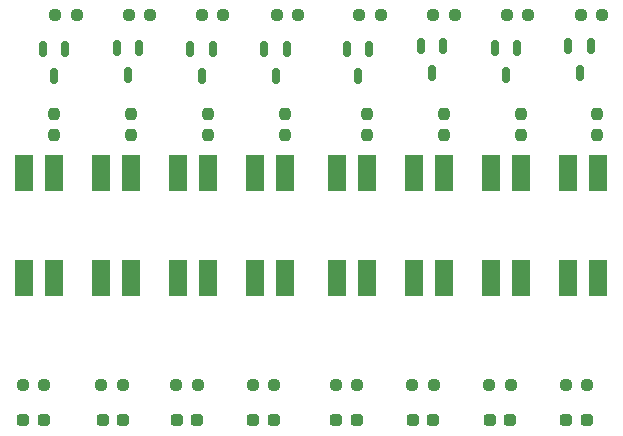
<source format=gtp>
%TF.GenerationSoftware,KiCad,Pcbnew,9.0.7-9.0.7~ubuntu24.04.1*%
%TF.CreationDate,2026-01-13T16:34:36+01:00*%
%TF.ProjectId,digital_output,64696769-7461-46c5-9f6f-75747075742e,1.0*%
%TF.SameCoordinates,Original*%
%TF.FileFunction,Paste,Top*%
%TF.FilePolarity,Positive*%
%FSLAX46Y46*%
G04 Gerber Fmt 4.6, Leading zero omitted, Abs format (unit mm)*
G04 Created by KiCad (PCBNEW 9.0.7-9.0.7~ubuntu24.04.1) date 2026-01-13 16:34:36*
%MOMM*%
%LPD*%
G01*
G04 APERTURE LIST*
G04 Aperture macros list*
%AMRoundRect*
0 Rectangle with rounded corners*
0 $1 Rounding radius*
0 $2 $3 $4 $5 $6 $7 $8 $9 X,Y pos of 4 corners*
0 Add a 4 corners polygon primitive as box body*
4,1,4,$2,$3,$4,$5,$6,$7,$8,$9,$2,$3,0*
0 Add four circle primitives for the rounded corners*
1,1,$1+$1,$2,$3*
1,1,$1+$1,$4,$5*
1,1,$1+$1,$6,$7*
1,1,$1+$1,$8,$9*
0 Add four rect primitives between the rounded corners*
20,1,$1+$1,$2,$3,$4,$5,0*
20,1,$1+$1,$4,$5,$6,$7,0*
20,1,$1+$1,$6,$7,$8,$9,0*
20,1,$1+$1,$8,$9,$2,$3,0*%
G04 Aperture macros list end*
%ADD10RoundRect,0.237500X-0.250000X-0.237500X0.250000X-0.237500X0.250000X0.237500X-0.250000X0.237500X0*%
%ADD11RoundRect,0.250000X-0.550000X1.300000X-0.550000X-1.300000X0.550000X-1.300000X0.550000X1.300000X0*%
%ADD12RoundRect,0.150000X-0.150000X0.512500X-0.150000X-0.512500X0.150000X-0.512500X0.150000X0.512500X0*%
%ADD13RoundRect,0.237500X0.237500X-0.250000X0.237500X0.250000X-0.237500X0.250000X-0.237500X-0.250000X0*%
%ADD14RoundRect,0.237500X-0.287500X-0.237500X0.287500X-0.237500X0.287500X0.237500X-0.287500X0.237500X0*%
G04 APERTURE END LIST*
D10*
%TO.C,R8*%
X172587500Y-91750000D03*
X174412500Y-91750000D03*
%TD*%
%TO.C,R22*%
X161337500Y-60500000D03*
X163162500Y-60500000D03*
%TD*%
D11*
%TO.C,U7*%
X168770000Y-73805000D03*
X166230000Y-73805000D03*
X166230000Y-82695000D03*
X168770000Y-82695000D03*
%TD*%
D12*
%TO.C,Q3*%
X142700000Y-63362500D03*
X140800000Y-63362500D03*
X141750000Y-65637500D03*
%TD*%
D13*
%TO.C,R16*%
X175250000Y-70662500D03*
X175250000Y-68837500D03*
%TD*%
D10*
%TO.C,R7*%
X166087500Y-91750000D03*
X167912500Y-91750000D03*
%TD*%
%TO.C,R5*%
X153087500Y-91750000D03*
X154912500Y-91750000D03*
%TD*%
D11*
%TO.C,U2*%
X135770000Y-73805000D03*
X133230000Y-73805000D03*
X133230000Y-82695000D03*
X135770000Y-82695000D03*
%TD*%
D10*
%TO.C,R24*%
X173837500Y-60500000D03*
X175662500Y-60500000D03*
%TD*%
D14*
%TO.C,D4*%
X146125000Y-94750000D03*
X147875000Y-94750000D03*
%TD*%
D10*
%TO.C,R20*%
X148087500Y-60500000D03*
X149912500Y-60500000D03*
%TD*%
D14*
%TO.C,D1*%
X126625000Y-94750000D03*
X128375000Y-94750000D03*
%TD*%
D12*
%TO.C,Q5*%
X155950000Y-63362500D03*
X154050000Y-63362500D03*
X155000000Y-65637500D03*
%TD*%
D11*
%TO.C,U6*%
X162270000Y-73805000D03*
X159730000Y-73805000D03*
X159730000Y-82695000D03*
X162270000Y-82695000D03*
%TD*%
%TO.C,U8*%
X175270000Y-73805000D03*
X172730000Y-73805000D03*
X172730000Y-82695000D03*
X175270000Y-82695000D03*
%TD*%
D13*
%TO.C,R10*%
X135750000Y-70662500D03*
X135750000Y-68837500D03*
%TD*%
D10*
%TO.C,R18*%
X135587500Y-60500000D03*
X137412500Y-60500000D03*
%TD*%
%TO.C,R17*%
X129337500Y-60500000D03*
X131162500Y-60500000D03*
%TD*%
D14*
%TO.C,D7*%
X166125000Y-94750000D03*
X167875000Y-94750000D03*
%TD*%
D10*
%TO.C,R3*%
X139587500Y-91750000D03*
X141412500Y-91750000D03*
%TD*%
%TO.C,R19*%
X141750000Y-60500000D03*
X143575000Y-60500000D03*
%TD*%
D12*
%TO.C,Q7*%
X168450000Y-63250000D03*
X166550000Y-63250000D03*
X167500000Y-65525000D03*
%TD*%
D10*
%TO.C,R1*%
X126587500Y-91750000D03*
X128412500Y-91750000D03*
%TD*%
D13*
%TO.C,R9*%
X129250000Y-70662500D03*
X129250000Y-68837500D03*
%TD*%
D12*
%TO.C,Q8*%
X174700000Y-63112500D03*
X172800000Y-63112500D03*
X173750000Y-65387500D03*
%TD*%
%TO.C,Q2*%
X136450000Y-63250000D03*
X134550000Y-63250000D03*
X135500000Y-65525000D03*
%TD*%
D11*
%TO.C,U1*%
X129270000Y-73805000D03*
X126730000Y-73805000D03*
X126730000Y-82695000D03*
X129270000Y-82695000D03*
%TD*%
D13*
%TO.C,R14*%
X162250000Y-70662500D03*
X162250000Y-68837500D03*
%TD*%
D11*
%TO.C,U5*%
X155770000Y-73805000D03*
X153230000Y-73805000D03*
X153230000Y-82695000D03*
X155770000Y-82695000D03*
%TD*%
D13*
%TO.C,R15*%
X168750000Y-70662500D03*
X168750000Y-68837500D03*
%TD*%
D14*
%TO.C,D2*%
X133375000Y-94750000D03*
X135125000Y-94750000D03*
%TD*%
D12*
%TO.C,Q4*%
X148950000Y-63362500D03*
X147050000Y-63362500D03*
X148000000Y-65637500D03*
%TD*%
D14*
%TO.C,D5*%
X153125000Y-94750000D03*
X154875000Y-94750000D03*
%TD*%
D10*
%TO.C,R2*%
X133250000Y-91750000D03*
X135075000Y-91750000D03*
%TD*%
D12*
%TO.C,Q6*%
X162200000Y-63112500D03*
X160300000Y-63112500D03*
X161250000Y-65387500D03*
%TD*%
D14*
%TO.C,D3*%
X139625000Y-94750000D03*
X141375000Y-94750000D03*
%TD*%
D13*
%TO.C,R12*%
X148837500Y-70662500D03*
X148837500Y-68837500D03*
%TD*%
D10*
%TO.C,R4*%
X146087500Y-91750000D03*
X147912500Y-91750000D03*
%TD*%
D14*
%TO.C,D6*%
X159625000Y-94750000D03*
X161375000Y-94750000D03*
%TD*%
%TO.C,D8*%
X172625000Y-94750000D03*
X174375000Y-94750000D03*
%TD*%
D10*
%TO.C,R23*%
X167587500Y-60500000D03*
X169412500Y-60500000D03*
%TD*%
%TO.C,R21*%
X155087500Y-60500000D03*
X156912500Y-60500000D03*
%TD*%
D12*
%TO.C,Q1*%
X130200000Y-63362500D03*
X128300000Y-63362500D03*
X129250000Y-65637500D03*
%TD*%
D13*
%TO.C,R13*%
X155750000Y-70662500D03*
X155750000Y-68837500D03*
%TD*%
%TO.C,R11*%
X142250000Y-70662500D03*
X142250000Y-68837500D03*
%TD*%
D10*
%TO.C,R6*%
X159587500Y-91750000D03*
X161412500Y-91750000D03*
%TD*%
D11*
%TO.C,U3*%
X142270000Y-73805000D03*
X139730000Y-73805000D03*
X139730000Y-82695000D03*
X142270000Y-82695000D03*
%TD*%
%TO.C,U4*%
X148770000Y-73805000D03*
X146230000Y-73805000D03*
X146230000Y-82695000D03*
X148770000Y-82695000D03*
%TD*%
M02*

</source>
